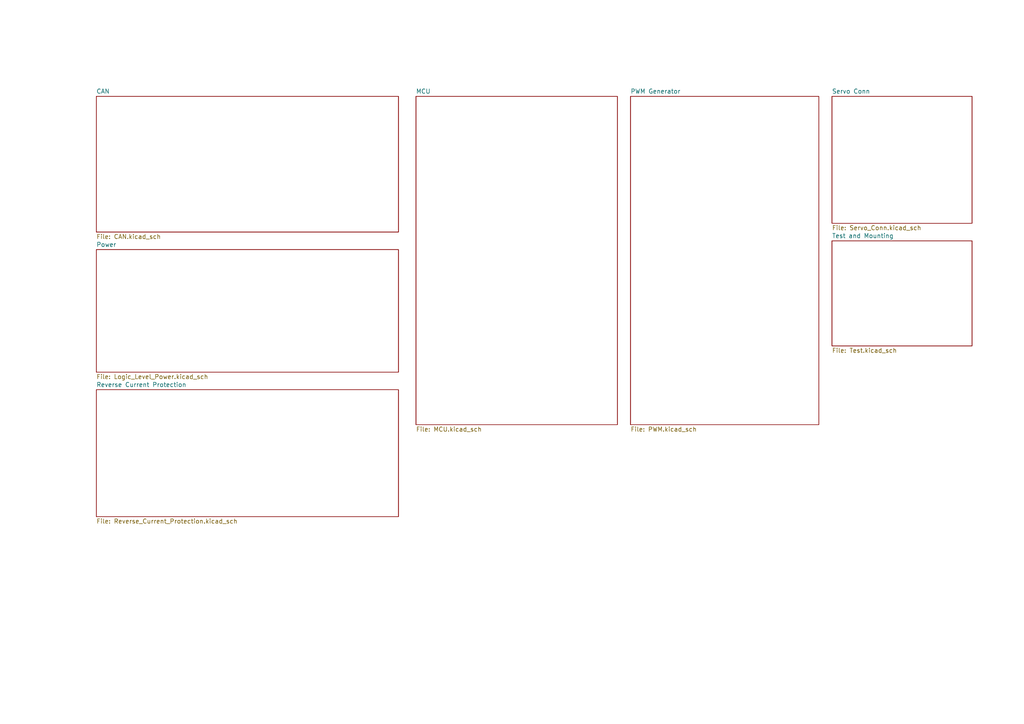
<source format=kicad_sch>
(kicad_sch
	(version 20231120)
	(generator "eeschema")
	(generator_version "8.0")
	(uuid "9f0161d0-326e-4ea6-b280-8727e2fd4ed6")
	(paper "A4")
	(lib_symbols)
	(sheet
		(at 27.94 27.94)
		(size 87.63 39.37)
		(fields_autoplaced yes)
		(stroke
			(width 0.1524)
			(type solid)
		)
		(fill
			(color 0 0 0 0.0000)
		)
		(uuid "168be971-292c-4651-81c1-05fb2e206c0e")
		(property "Sheetname" "CAN"
			(at 27.94 27.2284 0)
			(effects
				(font
					(size 1.27 1.27)
				)
				(justify left bottom)
			)
		)
		(property "Sheetfile" "CAN.kicad_sch"
			(at 27.94 67.8946 0)
			(effects
				(font
					(size 1.27 1.27)
				)
				(justify left top)
			)
		)
		(instances
			(project "V1.02"
				(path "/9f0161d0-326e-4ea6-b280-8727e2fd4ed6"
					(page "4")
				)
			)
		)
	)
	(sheet
		(at 182.88 27.94)
		(size 54.61 95.25)
		(fields_autoplaced yes)
		(stroke
			(width 0.1524)
			(type solid)
		)
		(fill
			(color 0 0 0 0.0000)
		)
		(uuid "52d2a019-114a-4ce9-96a4-9025dd9eb72a")
		(property "Sheetname" "PWM Generator"
			(at 182.88 27.2284 0)
			(effects
				(font
					(size 1.27 1.27)
				)
				(justify left bottom)
			)
		)
		(property "Sheetfile" "PWM.kicad_sch"
			(at 182.88 123.7746 0)
			(effects
				(font
					(size 1.27 1.27)
				)
				(justify left top)
			)
		)
		(instances
			(project "V1.02"
				(path "/9f0161d0-326e-4ea6-b280-8727e2fd4ed6"
					(page "3")
				)
			)
		)
	)
	(sheet
		(at 27.94 113.03)
		(size 87.63 36.83)
		(fields_autoplaced yes)
		(stroke
			(width 0.1524)
			(type solid)
		)
		(fill
			(color 0 0 0 0.0000)
		)
		(uuid "6337b869-cbba-4fc8-9285-22cac5a7eab1")
		(property "Sheetname" "Reverse Current Protection"
			(at 27.94 112.3184 0)
			(effects
				(font
					(size 1.27 1.27)
				)
				(justify left bottom)
			)
		)
		(property "Sheetfile" "Reverse_Current_Protection.kicad_sch"
			(at 27.94 150.4446 0)
			(effects
				(font
					(size 1.27 1.27)
				)
				(justify left top)
			)
		)
		(instances
			(project "V1.02"
				(path "/9f0161d0-326e-4ea6-b280-8727e2fd4ed6"
					(page "7")
				)
			)
		)
	)
	(sheet
		(at 241.3 27.94)
		(size 40.64 36.83)
		(fields_autoplaced yes)
		(stroke
			(width 0.1524)
			(type solid)
		)
		(fill
			(color 0 0 0 0.0000)
		)
		(uuid "6b727dae-a70b-453b-8b1f-da46e2ec11b0")
		(property "Sheetname" "Servo Conn"
			(at 241.3 27.2284 0)
			(effects
				(font
					(size 1.27 1.27)
				)
				(justify left bottom)
			)
		)
		(property "Sheetfile" "Servo_Conn.kicad_sch"
			(at 241.3 65.3546 0)
			(effects
				(font
					(size 1.27 1.27)
				)
				(justify left top)
			)
		)
		(instances
			(project "V1.02"
				(path "/9f0161d0-326e-4ea6-b280-8727e2fd4ed6"
					(page "6")
				)
			)
		)
	)
	(sheet
		(at 241.3 69.85)
		(size 40.64 30.48)
		(fields_autoplaced yes)
		(stroke
			(width 0.1524)
			(type solid)
		)
		(fill
			(color 0 0 0 0.0000)
		)
		(uuid "8b2baea7-40df-4976-ab8d-28bc83e7eb30")
		(property "Sheetname" "Test and Mounting"
			(at 241.3 69.1384 0)
			(effects
				(font
					(size 1.27 1.27)
				)
				(justify left bottom)
			)
		)
		(property "Sheetfile" "Test.kicad_sch"
			(at 241.3 100.9146 0)
			(effects
				(font
					(size 1.27 1.27)
				)
				(justify left top)
			)
		)
		(instances
			(project "V1.02"
				(path "/9f0161d0-326e-4ea6-b280-8727e2fd4ed6"
					(page "8")
				)
			)
		)
	)
	(sheet
		(at 120.65 27.94)
		(size 58.42 95.25)
		(fields_autoplaced yes)
		(stroke
			(width 0.1524)
			(type solid)
		)
		(fill
			(color 0 0 0 0.0000)
		)
		(uuid "db0ce092-608a-4c4e-84d2-4e9485c875c3")
		(property "Sheetname" "MCU"
			(at 120.65 27.2284 0)
			(effects
				(font
					(size 1.27 1.27)
				)
				(justify left bottom)
			)
		)
		(property "Sheetfile" "MCU.kicad_sch"
			(at 120.65 123.7746 0)
			(effects
				(font
					(size 1.27 1.27)
				)
				(justify left top)
			)
		)
		(instances
			(project "V1.02"
				(path "/9f0161d0-326e-4ea6-b280-8727e2fd4ed6"
					(page "2")
				)
			)
		)
	)
	(sheet
		(at 27.94 72.39)
		(size 87.63 35.56)
		(fields_autoplaced yes)
		(stroke
			(width 0.1524)
			(type solid)
		)
		(fill
			(color 0 0 0 0.0000)
		)
		(uuid "e79cfcba-9b0c-421b-90d4-7047d01a1056")
		(property "Sheetname" "Power"
			(at 27.94 71.6784 0)
			(effects
				(font
					(size 1.27 1.27)
				)
				(justify left bottom)
			)
		)
		(property "Sheetfile" "Logic_Level_Power.kicad_sch"
			(at 27.94 108.5346 0)
			(effects
				(font
					(size 1.27 1.27)
				)
				(justify left top)
			)
		)
		(instances
			(project "V1.02"
				(path "/9f0161d0-326e-4ea6-b280-8727e2fd4ed6"
					(page "5")
				)
			)
		)
	)
	(sheet_instances
		(path "/"
			(page "1")
		)
	)
)

</source>
